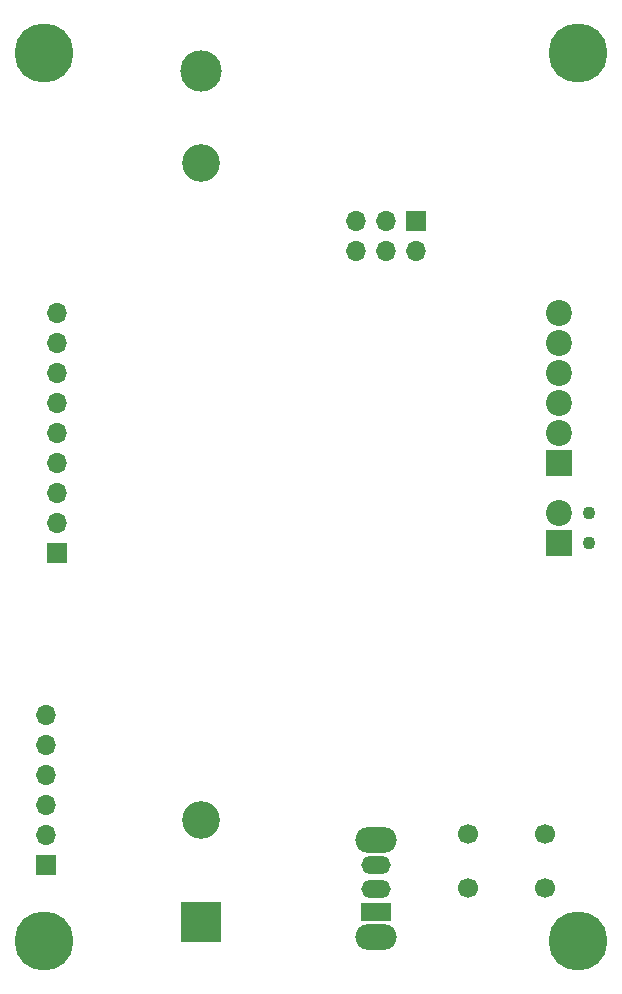
<source format=gbs>
G04 #@! TF.GenerationSoftware,KiCad,Pcbnew,(5.1.9-0-10_14)*
G04 #@! TF.CreationDate,2022-03-15T11:33:21-06:00*
G04 #@! TF.ProjectId,Full_Res_Board,46756c6c-5f52-4657-935f-426f6172642e,rev?*
G04 #@! TF.SameCoordinates,Original*
G04 #@! TF.FileFunction,Soldermask,Bot*
G04 #@! TF.FilePolarity,Negative*
%FSLAX46Y46*%
G04 Gerber Fmt 4.6, Leading zero omitted, Abs format (unit mm)*
G04 Created by KiCad (PCBNEW (5.1.9-0-10_14)) date 2022-03-15 11:33:21*
%MOMM*%
%LPD*%
G01*
G04 APERTURE LIST*
%ADD10C,2.200000*%
%ADD11R,2.200000X2.200000*%
%ADD12C,0.800000*%
%ADD13C,5.000000*%
%ADD14C,3.200000*%
%ADD15R,3.500000X3.500000*%
%ADD16C,3.500000*%
%ADD17O,1.700000X1.700000*%
%ADD18R,1.700000X1.700000*%
%ADD19O,3.500000X2.200000*%
%ADD20O,2.500000X1.500000*%
%ADD21R,2.500000X1.500000*%
%ADD22C,1.700000*%
%ADD23C,1.100000*%
G04 APERTURE END LIST*
D10*
X164300000Y-75740000D03*
X164300000Y-78280000D03*
X164300000Y-80820000D03*
X164300000Y-83360000D03*
X164300000Y-85900000D03*
D11*
X164300000Y-88440000D03*
D12*
X122025825Y-127574175D03*
X120700000Y-127025000D03*
X119374175Y-127574175D03*
X118825000Y-128900000D03*
X119374175Y-130225825D03*
X120700000Y-130775000D03*
X122025825Y-130225825D03*
X122575000Y-128900000D03*
D13*
X120700000Y-128900000D03*
D12*
X122025825Y-52374175D03*
X120700000Y-51825000D03*
X119374175Y-52374175D03*
X118825000Y-53700000D03*
X119374175Y-55025825D03*
X120700000Y-55575000D03*
X122025825Y-55025825D03*
X122575000Y-53700000D03*
D13*
X120700000Y-53700000D03*
D12*
X167225825Y-52374175D03*
X165900000Y-51825000D03*
X164574175Y-52374175D03*
X164025000Y-53700000D03*
X164574175Y-55025825D03*
X165900000Y-55575000D03*
X167225825Y-55025825D03*
X167775000Y-53700000D03*
D13*
X165900000Y-53700000D03*
D12*
X167225825Y-127574175D03*
X165900000Y-127025000D03*
X164574175Y-127574175D03*
X164025000Y-128900000D03*
X164574175Y-130225825D03*
X165900000Y-130775000D03*
X167225825Y-130225825D03*
X167775000Y-128900000D03*
D13*
X165900000Y-128900000D03*
D14*
X134000000Y-63045000D03*
X134000000Y-118655000D03*
D15*
X134000000Y-127300000D03*
D16*
X134000000Y-55300000D03*
D17*
X121800000Y-75740000D03*
X121800000Y-78280000D03*
X121800000Y-80820000D03*
X121800000Y-83360000D03*
X121800000Y-85900000D03*
X121800000Y-88440000D03*
X121800000Y-90980000D03*
X121800000Y-93520000D03*
D18*
X121800000Y-96060000D03*
D17*
X120800000Y-109800000D03*
X120800000Y-112340000D03*
X120800000Y-114880000D03*
X120800000Y-117420000D03*
X120800000Y-119960000D03*
D18*
X120800000Y-122500000D03*
D19*
X148800000Y-120400000D03*
X148800000Y-128600000D03*
D20*
X148800000Y-122500000D03*
X148800000Y-124500000D03*
D21*
X148800000Y-126500000D03*
D22*
X163100000Y-124400000D03*
X156600000Y-124400000D03*
X163100000Y-119900000D03*
X156600000Y-119900000D03*
D17*
X147120000Y-70540000D03*
X147120000Y-68000000D03*
X149660000Y-70540000D03*
X149660000Y-68000000D03*
X152200000Y-70540000D03*
D18*
X152200000Y-68000000D03*
D23*
X166840000Y-92660000D03*
D10*
X164300000Y-92660000D03*
D23*
X166840000Y-95200000D03*
D11*
X164300000Y-95200000D03*
M02*

</source>
